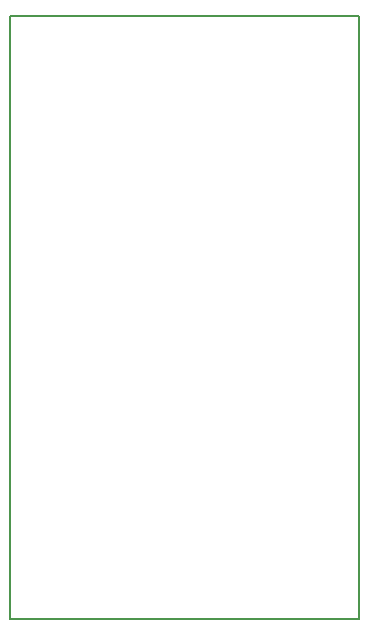
<source format=gbo>
G04 MADE WITH FRITZING*
G04 WWW.FRITZING.ORG*
G04 DOUBLE SIDED*
G04 HOLES PLATED*
G04 CONTOUR ON CENTER OF CONTOUR VECTOR*
%ASAXBY*%
%FSLAX23Y23*%
%MOIN*%
%OFA0B0*%
%SFA1.0B1.0*%
%ADD10R,1.172330X2.016860X1.156330X2.000860*%
%ADD11C,0.008000*%
%LNSILK0*%
G90*
G70*
G54D11*
X4Y2013D02*
X1168Y2013D01*
X1168Y4D01*
X4Y4D01*
X4Y2013D01*
D02*
G04 End of Silk0*
M02*
</source>
